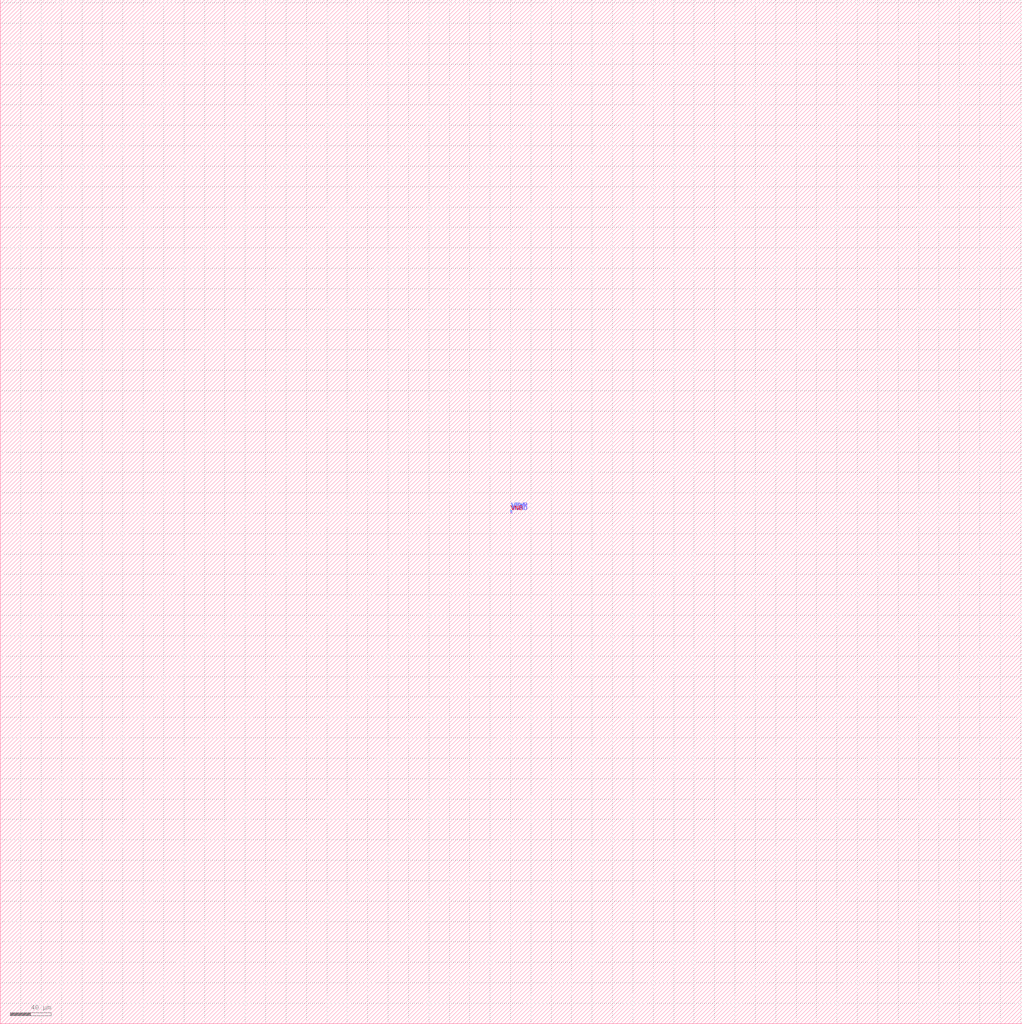
<source format=lef>
MACRO sky130_fd_sc_hd__decap_3
  CLASS BLOCK ;
  FOREIGN sky130_fd_sc_hd__decap_3 ;
  ORIGIN 500.195 500.245 ;
  SIZE 1001.770 BY 1003.210 ;
  PIN VPWR
    USE POWER ;
    PORT
      LAYER li1 ;
        RECT 0.000 2.635 1.380 2.805 ;
        RECT 0.085 1.545 1.295 2.635 ;
        RECT 0.775 1.005 1.295 1.545 ;
      LAYER mcon ;
        RECT 0.145 2.635 0.315 2.805 ;
        RECT 0.605 2.635 0.775 2.805 ;
        RECT 1.065 2.635 1.235 2.805 ;
      LAYER met1 ;
        RECT 0.000 2.480 1.380 2.960 ;
    END
  END VPWR
  PIN VGND
    USE GROUND ;
    PORT
      LAYER li1 ;
        RECT 0.085 0.835 0.605 1.375 ;
        RECT 0.085 0.085 1.295 0.835 ;
        RECT 0.000 -0.085 1.380 0.085 ;
      LAYER mcon ;
        RECT 0.145 -0.085 0.315 0.085 ;
        RECT 0.605 -0.085 0.775 0.085 ;
        RECT 1.065 -0.085 1.235 0.085 ;
      LAYER met1 ;
        RECT 0.000 -0.240 1.380 0.240 ;
    END
  END VGND
  PIN VPB
    PORT
      LAYER nwell ;
        RECT -0.190 1.305 1.570 2.910 ;
    END
  END VPB
  PIN VNB
    PORT
      LAYER pwell ;
        RECT 0.145 -0.085 0.315 0.085 ;
    END
  END VNB
END sky130_fd_sc_hd__decap_3
END LIBRARY


</source>
